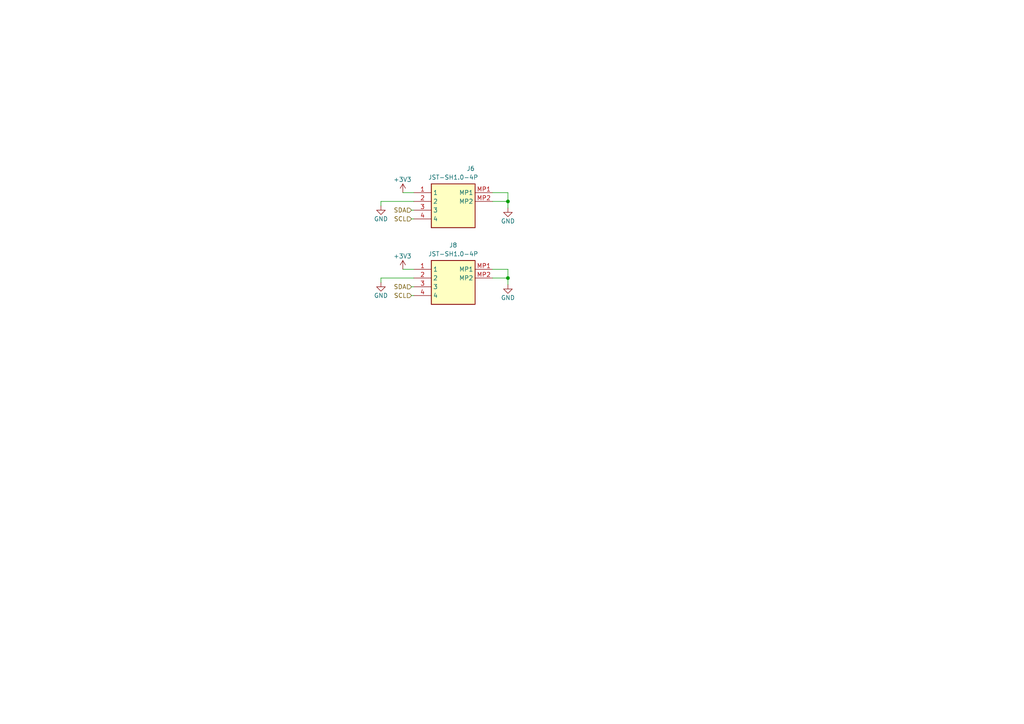
<source format=kicad_sch>
(kicad_sch (version 20231120) (generator "eeschema") (generator_version "8.0")
  (paper "A4")
  (lib_symbols
    (symbol "ProjectSymbols:JST-SH1.0-4P"
      (property "Reference" "J" (at 5.08 7.112 0))
      (property "Value" "JST-SH1.0-4P" (at 5.08 4.572 0))
      (symbol "JST-SH1.0-4P_1_1"
        (rectangle (start 5.08 2.54) (end 17.78 -10.16) (stroke (width 0.254)) (fill (type background)))
        (pin passive line (at 22.86 0 180) (length 5.08) (name "1") (number "1"))
        (pin passive line (at 22.86 -2.54 180) (length 5.08) (name "2") (number "2"))
        (pin passive line (at 22.86 -5.08 180) (length 5.08) (name "3") (number "3"))
        (pin passive line (at 22.86 -7.62 180) (length 5.08) (name "4") (number "4"))
        (pin passive line (at 0 0 0) (length 5.08) (name "MP1") (number "MP1"))
        (pin passive line (at 0 -2.54 0) (length 5.08) (name "MP2") (number "MP2"))
      )
    )
    (symbol "power:+3V3" (power) (pin_names (offset 0))
      (property "Value" "+3V3" (at 0 3.556 0))
      (symbol "+3V3_0_1"
        (polyline (pts (xy -0.762 1.27) (xy 0 2.54)))
        (polyline (pts (xy 0 0) (xy 0 2.54)))
        (polyline (pts (xy 0 2.54) (xy 0.762 1.27)))
      )
      (symbol "+3V3_1_1"
        (pin power_in line (at 0 0 90) (length 0) hide (name "+3V3") (number "1"))
      )
    )
    (symbol "power:GND" (power) (pin_names (offset 0))
      (property "Value" "GND" (at 0 -3.81 0))
      (symbol "GND_0_1"
        (polyline (pts (xy 0 0) (xy 0 -1.27) (xy 1.27 -1.27) (xy 0 -2.54) (xy -1.27 -1.27) (xy 0 -1.27)))
      )
      (symbol "GND_1_1"
        (pin power_in line (at 0 0 270) (length 0) hide (name "GND") (number "1"))
      )
    )
  )
  (junction (at 147.32 58.42))
  (junction (at 147.32 80.645))
  (wire (pts (xy 116.84 55.88) (xy 120.015 55.88)))
  (wire (pts (xy 119.38 63.5) (xy 120.015 63.5)))
  (wire (pts (xy 147.32 58.42) (xy 147.32 60.325)))
  (wire (pts (xy 142.875 55.88) (xy 147.32 55.88)))
  (wire (pts (xy 147.32 80.645) (xy 147.32 82.55)))
  (wire (pts (xy 116.84 78.105) (xy 120.015 78.105)))
  (wire (pts (xy 119.38 83.185) (xy 120.015 83.185)))
  (wire (pts (xy 119.38 60.96) (xy 120.015 60.96)))
  (wire (pts (xy 142.875 78.105) (xy 147.32 78.105)))
  (wire (pts (xy 120.015 58.42) (xy 110.49 58.42)))
  (wire (pts (xy 147.32 58.42) (xy 142.875 58.42)))
  (wire (pts (xy 120.015 80.645) (xy 110.49 80.645)))
  (wire (pts (xy 147.32 78.105) (xy 147.32 80.645)))
  (wire (pts (xy 147.32 80.645) (xy 142.875 80.645)))
  (wire (pts (xy 110.49 58.42) (xy 110.49 59.69)))
  (wire (pts (xy 119.38 85.725) (xy 120.015 85.725)))
  (wire (pts (xy 110.49 80.645) (xy 110.49 81.915)))
  (wire (pts (xy 147.32 55.88) (xy 147.32 58.42)))
  (hierarchical_label "SCL" (shape input) (at 119.38 85.725 180))
  (hierarchical_label "SCL" (shape input) (at 119.38 63.5 180))
  (hierarchical_label "SDA" (shape input) (at 119.38 83.185 180))
  (hierarchical_label "SDA" (shape input) (at 119.38 60.96 180))
  (symbol (lib_id "power:GND") (at 147.32 82.55 0) (mirror y) (unit 1)
    (property "Reference" "#PWR29" (effects (hide yes)))
    (property "Value" "GND" (at 147.32 86.36 0))
  )
  (symbol (lib_id "ProjectSymbols:JST-SH1.0-4P") (at 142.875 55.88 0) (mirror y) (unit 1)
    (property "Reference" "J6" (at 136.525 48.895 0))
    (property "Value" "JST-SH1.0-4P" (at 131.445 51.435 0))
    (property "Footprint" "ProjectFootprints:JST-SH1.0-4P" (effects (hide yes)))
    (property "Datasheet" "https://www.jst-mfg.com/product/pdf/eng/eSH.pdf" (effects (hide yes)))
    (property "Description" "CONN HEADER SMD R/A 4POS 1MM" (effects (hide yes)))
  )
  (symbol (lib_id "power:+3V3") (at 116.84 78.105 0) (mirror y) (unit 1)
    (property "Reference" "#PWR30" (effects (hide yes)))
    (property "Value" "+3V3" (at 119.38 74.295 0) (effects (justify left)))
  )
  (symbol (lib_id "power:GND") (at 110.49 59.69 0) (mirror y) (unit 1)
    (property "Reference" "#PWR11" (effects (hide yes)))
    (property "Value" "GND" (at 110.49 63.5 0))
  )
  (symbol (lib_id "power:+3V3") (at 116.84 55.88 0) (mirror y) (unit 1)
    (property "Reference" "#PWR10" (effects (hide yes)))
    (property "Value" "+3V3" (at 119.38 52.07 0) (effects (justify left)))
  )
  (symbol (lib_id "power:GND") (at 110.49 81.915 0) (mirror y) (unit 1)
    (property "Reference" "#PWR34" (effects (hide yes)))
    (property "Value" "GND" (at 110.49 85.725 0))
  )
  (symbol (lib_id "power:GND") (at 147.32 60.325 0) (mirror y) (unit 1)
    (property "Reference" "#PWR13" (effects (hide yes)))
    (property "Value" "GND" (at 147.32 64.135 0))
  )
  (symbol (lib_id "ProjectSymbols:JST-SH1.0-4P") (at 142.875 78.105 0) (mirror y) (unit 1)
    (property "Reference" "J8" (at 131.445 71.12 0))
    (property "Value" "JST-SH1.0-4P" (at 131.445 73.66 0))
    (property "Footprint" "ProjectFootprints:JST-SH1.0-4P" (effects (hide yes)))
    (property "Datasheet" "https://www.jst-mfg.com/product/pdf/eng/eSH.pdf" (effects (hide yes)))
    (property "Description" "CONN HEADER SMD R/A 4POS 1MM" (effects (hide yes)))
  )
)
</source>
